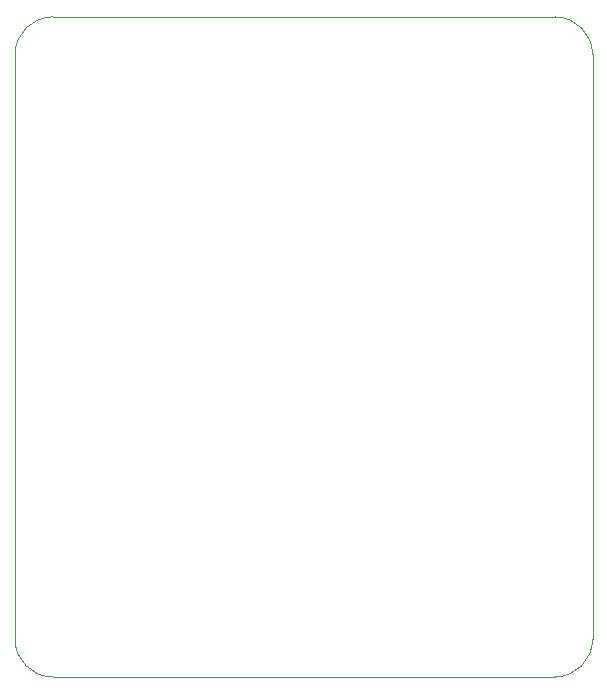
<source format=gbr>
%TF.GenerationSoftware,KiCad,Pcbnew,(6.0.4)*%
%TF.CreationDate,2022-03-29T09:37:11-06:00*%
%TF.ProjectId,luces_status,6c756365-735f-4737-9461-7475732e6b69,rev?*%
%TF.SameCoordinates,Original*%
%TF.FileFunction,Profile,NP*%
%FSLAX46Y46*%
G04 Gerber Fmt 4.6, Leading zero omitted, Abs format (unit mm)*
G04 Created by KiCad (PCBNEW (6.0.4)) date 2022-03-29 09:37:11*
%MOMM*%
%LPD*%
G01*
G04 APERTURE LIST*
%TA.AperFunction,Profile*%
%ADD10C,0.100000*%
%TD*%
G04 APERTURE END LIST*
D10*
X205105000Y-26035000D02*
G75*
G03*
X201930000Y-22860000I-3175000J0D01*
G01*
X159385000Y-22860000D02*
X201930000Y-22860000D01*
X159385000Y-22860000D02*
G75*
G03*
X156210000Y-26035000I0J-3175000D01*
G01*
X201930000Y-78740000D02*
X159385000Y-78740000D01*
X156210000Y-75565000D02*
X156210000Y-26035000D01*
X205105000Y-26035000D02*
X205105000Y-75565000D01*
X156210000Y-75565000D02*
G75*
G03*
X159385000Y-78740000I3175000J0D01*
G01*
X201930000Y-78740000D02*
G75*
G03*
X205105000Y-75565000I0J3175000D01*
G01*
M02*

</source>
